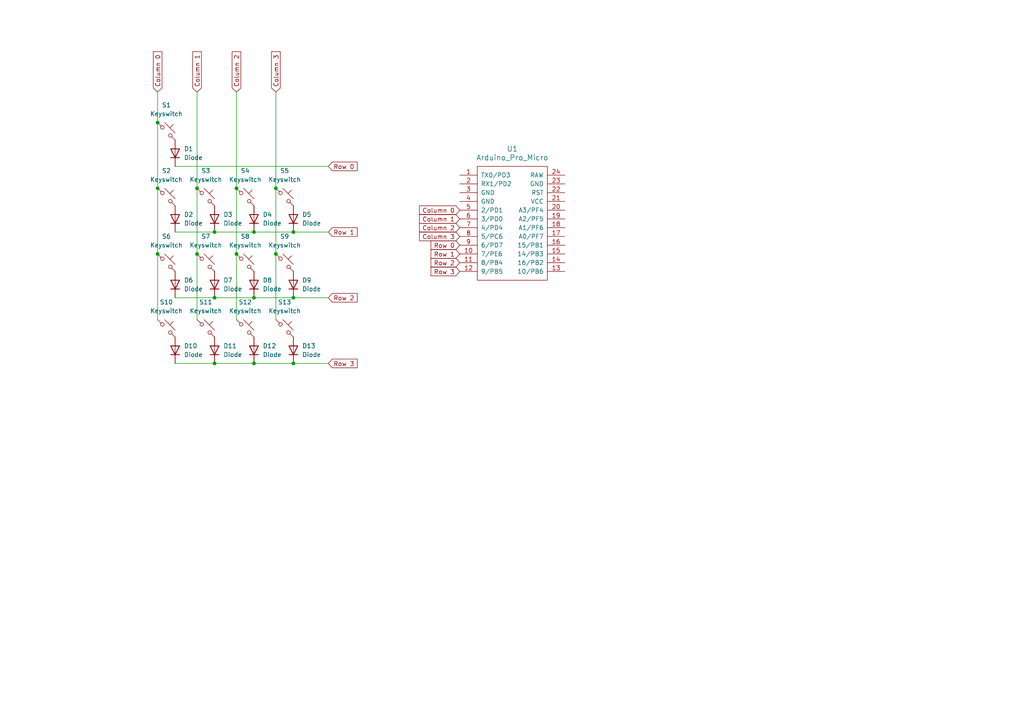
<source format=kicad_sch>
(kicad_sch (version 20231120) (generator "eeschema") (generator_version "8.0")
  (paper "A4")
  (lib_symbols
    (symbol "ScottoKeebs:MCU_Arduino_Pro_Micro" (pin_names (offset 1.016))
      (property "Reference" "U" (at 0 0 0))
      (property "Value" "Arduino_Pro_Micro" (at 0 -19.05 0))
      (symbol "MCU_Arduino_Pro_Micro_0_1"
        (rectangle (start -10.16 16.51) (end 10.16 -16.51))
      )
      (symbol "MCU_Arduino_Pro_Micro_1_1"
        (pin input line (at -15.24 13.97 0) (length 5.08) (name "TX0/PD3") (number "1"))
        (pin input line (at -15.24 -8.89 0) (length 5.08) (name "7/PE6") (number "10"))
        (pin input line (at -15.24 -11.43 0) (length 5.08) (name "8/PB4") (number "11"))
        (pin input line (at -15.24 -13.97 0) (length 5.08) (name "9/PB5") (number "12"))
        (pin input line (at 15.24 -13.97 180) (length 5.08) (name "10/PB6") (number "13"))
        (pin input line (at 15.24 -11.43 180) (length 5.08) (name "16/PB2") (number "14"))
        (pin input line (at 15.24 -8.89 180) (length 5.08) (name "14/PB3") (number "15"))
        (pin input line (at 15.24 -6.35 180) (length 5.08) (name "15/PB1") (number "16"))
        (pin input line (at 15.24 -3.81 180) (length 5.08) (name "A0/PF7") (number "17"))
        (pin input line (at 15.24 -1.27 180) (length 5.08) (name "A1/PF6") (number "18"))
        (pin input line (at 15.24 1.27 180) (length 5.08) (name "A2/PF5") (number "19"))
        (pin input line (at -15.24 11.43 0) (length 5.08) (name "RX1/PD2") (number "2"))
        (pin input line (at 15.24 3.81 180) (length 5.08) (name "A3/PF4") (number "20"))
        (pin input line (at 15.24 6.35 180) (length 5.08) (name "VCC") (number "21"))
        (pin input line (at 15.24 8.89 180) (length 5.08) (name "RST") (number "22"))
        (pin input line (at 15.24 11.43 180) (length 5.08) (name "GND") (number "23"))
        (pin input line (at 15.24 13.97 180) (length 5.08) (name "RAW") (number "24"))
        (pin input line (at -15.24 8.89 0) (length 5.08) (name "GND") (number "3"))
        (pin input line (at -15.24 6.35 0) (length 5.08) (name "GND") (number "4"))
        (pin input line (at -15.24 3.81 0) (length 5.08) (name "2/PD1") (number "5"))
        (pin input line (at -15.24 1.27 0) (length 5.08) (name "3/PD0") (number "6"))
        (pin input line (at -15.24 -1.27 0) (length 5.08) (name "4/PD4") (number "7"))
        (pin input line (at -15.24 -3.81 0) (length 5.08) (name "5/PC6") (number "8"))
        (pin input line (at -15.24 -6.35 0) (length 5.08) (name "6/PD7") (number "9"))
      )
    )
    (symbol "ScottoKeebs:Placeholder_Diode" (pin_numbers hide) (pin_names hide)
      (property "Reference" "D" (at 0 2.54 0))
      (property "Value" "Diode" (at 0 -2.54 0))
      (symbol "Placeholder_Diode_0_1"
        (polyline (pts (xy -1.27 1.27) (xy -1.27 -1.27)) (stroke (width 0.254)))
        (polyline (pts (xy 1.27 0) (xy -1.27 0)))
        (polyline (pts (xy 1.27 1.27) (xy 1.27 -1.27) (xy -1.27 0) (xy 1.27 1.27)) (stroke (width 0.254)))
      )
      (symbol "Placeholder_Diode_1_1"
        (pin passive line (at -3.81 0 0) (length 2.54) (name "K") (number "1"))
        (pin passive line (at 3.81 0 180) (length 2.54) (name "A") (number "2"))
      )
    )
    (symbol "ScottoKeebs:Placeholder_Keyswitch" (pin_numbers hide) (pin_names (offset 1.016) hide)
      (property "Reference" "S" (at 3.048 1.016 0))
      (property "Value" "Keyswitch" (at 0 -3.81 0))
      (symbol "Placeholder_Keyswitch_0_1"
        (circle (center -1.1684 1.1684) (radius 0.508))
        (polyline (pts (xy -0.508 2.54) (xy 2.54 -0.508)))
        (polyline (pts (xy 1.016 1.016) (xy 2.032 2.032)))
        (polyline (pts (xy -2.54 2.54) (xy -1.524 1.524) (xy -1.524 1.524)))
        (polyline (pts (xy 1.524 -1.524) (xy 2.54 -2.54) (xy 2.54 -2.54) (xy 2.54 -2.54)))
        (circle (center 1.143 -1.1938) (radius 0.508))
        (pin passive line (at -2.54 2.54 0) (length 0) (name "1") (number "1"))
        (pin passive line (at 2.54 -2.54 180) (length 0) (name "2") (number "2"))
      )
    )
  )
  (junction (at 73.66 105.41))
  (junction (at 85.09 105.41))
  (junction (at 68.58 73.66))
  (junction (at 85.09 67.31))
  (junction (at 62.23 105.41))
  (junction (at 80.01 54.61))
  (junction (at 45.72 73.66))
  (junction (at 80.01 73.66))
  (junction (at 62.23 67.31))
  (junction (at 62.23 86.36))
  (junction (at 45.72 35.56))
  (junction (at 73.66 86.36))
  (junction (at 68.58 54.61))
  (junction (at 57.15 54.61))
  (junction (at 85.09 86.36))
  (junction (at 73.66 67.31))
  (junction (at 45.72 54.61))
  (junction (at 57.15 73.66))
  (wire (pts (xy 50.8 48.26) (xy 95.25 48.26)))
  (wire (pts (xy 73.66 67.31) (xy 85.09 67.31)))
  (wire (pts (xy 68.58 73.66) (xy 68.58 92.71)))
  (wire (pts (xy 45.72 35.56) (xy 45.72 54.61)))
  (wire (pts (xy 45.72 26.67) (xy 45.72 35.56)))
  (wire (pts (xy 62.23 105.41) (xy 73.66 105.41)))
  (wire (pts (xy 50.8 105.41) (xy 62.23 105.41)))
  (wire (pts (xy 73.66 105.41) (xy 85.09 105.41)))
  (wire (pts (xy 68.58 26.67) (xy 68.58 54.61)))
  (wire (pts (xy 45.72 73.66) (xy 45.72 92.71)))
  (wire (pts (xy 85.09 105.41) (xy 95.25 105.41)))
  (wire (pts (xy 45.72 54.61) (xy 45.72 73.66)))
  (wire (pts (xy 62.23 67.31) (xy 73.66 67.31)))
  (wire (pts (xy 80.01 26.67) (xy 80.01 54.61)))
  (wire (pts (xy 50.8 67.31) (xy 62.23 67.31)))
  (wire (pts (xy 80.01 54.61) (xy 80.01 73.66)))
  (wire (pts (xy 57.15 54.61) (xy 57.15 73.66)))
  (wire (pts (xy 57.15 73.66) (xy 57.15 92.71)))
  (wire (pts (xy 50.8 86.36) (xy 62.23 86.36)))
  (wire (pts (xy 85.09 67.31) (xy 95.25 67.31)))
  (wire (pts (xy 62.23 86.36) (xy 73.66 86.36)))
  (wire (pts (xy 80.01 73.66) (xy 80.01 92.71)))
  (wire (pts (xy 85.09 86.36) (xy 95.25 86.36)))
  (wire (pts (xy 68.58 54.61) (xy 68.58 73.66)))
  (wire (pts (xy 73.66 86.36) (xy 85.09 86.36)))
  (wire (pts (xy 57.15 26.67) (xy 57.15 54.61)))
  (global_label "Column 1" (shape input) (at 57.15 26.67 90) (property "Intersheetrefs" "${INTERSHEET_REFS}" (effects (hide yes))))
  (global_label "Column 1" (shape input) (at 133.35 63.5 180) (property "Intersheetrefs" "${INTERSHEET_REFS}" (effects (hide yes))))
  (global_label "Column 2" (shape input) (at 133.35 66.04 180) (property "Intersheetrefs" "${INTERSHEET_REFS}" (effects (hide yes))))
  (global_label "Column 3" (shape input) (at 133.35 68.58 180) (property "Intersheetrefs" "${INTERSHEET_REFS}" (effects (hide yes))))
  (global_label "Column 0" (shape input) (at 133.35 60.96 180) (property "Intersheetrefs" "${INTERSHEET_REFS}" (effects (hide yes))))
  (global_label "Row 3" (shape input) (at 95.25 105.41 0) (property "Intersheetrefs" "${INTERSHEET_REFS}" (effects (hide yes))))
  (global_label "Row 1" (shape input) (at 95.25 67.31 0) (property "Intersheetrefs" "${INTERSHEET_REFS}" (effects (hide yes))))
  (global_label "Row 0" (shape input) (at 95.25 48.26 0) (property "Intersheetrefs" "${INTERSHEET_REFS}" (effects (hide yes))))
  (global_label "Row 2" (shape input) (at 133.35 76.2 180) (property "Intersheetrefs" "${INTERSHEET_REFS}" (effects (hide yes))))
  (global_label "Column 2" (shape input) (at 68.58 26.67 90) (property "Intersheetrefs" "${INTERSHEET_REFS}" (effects (hide yes))))
  (global_label "Row 3" (shape input) (at 133.35 78.74 180) (property "Intersheetrefs" "${INTERSHEET_REFS}" (effects (hide yes))))
  (global_label "Column 3" (shape input) (at 80.01 26.67 90) (property "Intersheetrefs" "${INTERSHEET_REFS}" (effects (hide yes))))
  (global_label "Row 2" (shape input) (at 95.25 86.36 0) (property "Intersheetrefs" "${INTERSHEET_REFS}" (effects (hide yes))))
  (global_label "Column 0" (shape input) (at 45.72 26.67 90) (property "Intersheetrefs" "${INTERSHEET_REFS}" (effects (hide yes))))
  (global_label "Row 0" (shape input) (at 133.35 71.12 180) (property "Intersheetrefs" "${INTERSHEET_REFS}" (effects (hide yes))))
  (global_label "Row 1" (shape input) (at 133.35 73.66 180) (property "Intersheetrefs" "${INTERSHEET_REFS}" (effects (hide yes))))
  (symbol (lib_id "ScottoKeebs:Placeholder_Keyswitch") (at 48.26 76.2 0) (unit 1)
    (property "Reference" "S6" (at 48.26 68.58 0))
    (property "Value" "Keyswitch" (at 48.26 71.12 0))
    (property "Footprint" "ScottoKeebs_MX:MX_PCB_1.00u" (effects (hide yes)))
    (property "Description" "Push button switch, normally open, two pins, 45° tilted" (effects (hide yes)))
  )
  (symbol (lib_id "ScottoKeebs:Placeholder_Keyswitch") (at 82.55 95.25 0) (unit 1)
    (property "Reference" "S13" (at 82.55 87.63 0))
    (property "Value" "Keyswitch" (at 82.55 90.17 0))
    (property "Footprint" "ScottoKeebs_MX:MX_PCB_1.00u" (effects (hide yes)))
    (property "Description" "Push button switch, normally open, two pins, 45° tilted" (effects (hide yes)))
  )
  (symbol (lib_id "ScottoKeebs:Placeholder_Keyswitch") (at 48.26 57.15 0) (unit 1)
    (property "Reference" "S2" (at 48.26 49.53 0))
    (property "Value" "Keyswitch" (at 48.26 52.07 0))
    (property "Footprint" "ScottoKeebs_MX:MX_PCB_1.00u" (effects (hide yes)))
    (property "Description" "Push button switch, normally open, two pins, 45° tilted" (effects (hide yes)))
  )
  (symbol (lib_id "ScottoKeebs:Placeholder_Keyswitch") (at 48.26 38.1 0) (unit 1)
    (property "Reference" "S1" (at 48.26 30.48 0))
    (property "Value" "Keyswitch" (at 48.26 33.02 0))
    (property "Footprint" "ScottoKeebs_MX:MX_PCB_1.00u" (effects (hide yes)))
    (property "Description" "Push button switch, normally open, two pins, 45° tilted" (effects (hide yes)))
  )
  (symbol (lib_id "ScottoKeebs:Placeholder_Diode") (at 50.8 44.45 90) (unit 1)
    (property "Reference" "D1" (at 53.34 43.1799 90) (effects (justify right)))
    (property "Value" "Diode" (at 53.34 45.7199 90) (effects (justify right)))
    (property "Footprint" "ScottoKeebs_Components:Diode_DO-35" (effects (hide yes)))
    (property "Description" "1N4148 (DO-35) or 1N4148W (SOD-123)" (effects (hide yes)))
    (property "Sim.Device" "D" (effects (hide yes)))
    (property "Sim.Pins" "1=K 2=A" (effects (hide yes)))
  )
  (symbol (lib_id "ScottoKeebs:Placeholder_Keyswitch") (at 59.69 76.2 0) (unit 1)
    (property "Reference" "S7" (at 59.69 68.58 0))
    (property "Value" "Keyswitch" (at 59.69 71.12 0))
    (property "Footprint" "ScottoKeebs_MX:MX_PCB_1.00u" (effects (hide yes)))
    (property "Description" "Push button switch, normally open, two pins, 45° tilted" (effects (hide yes)))
  )
  (symbol (lib_id "ScottoKeebs:Placeholder_Keyswitch") (at 48.26 95.25 0) (unit 1)
    (property "Reference" "S10" (at 48.26 87.63 0))
    (property "Value" "Keyswitch" (at 48.26 90.17 0))
    (property "Footprint" "ScottoKeebs_MX:MX_PCB_1.00u" (effects (hide yes)))
    (property "Description" "Push button switch, normally open, two pins, 45° tilted" (effects (hide yes)))
  )
  (symbol (lib_id "ScottoKeebs:Placeholder_Diode") (at 73.66 82.55 90) (unit 1)
    (property "Reference" "D8" (at 76.2 81.2799 90) (effects (justify right)))
    (property "Value" "Diode" (at 76.2 83.8199 90) (effects (justify right)))
    (property "Footprint" "ScottoKeebs_Components:Diode_DO-35" (effects (hide yes)))
    (property "Description" "1N4148 (DO-35) or 1N4148W (SOD-123)" (effects (hide yes)))
    (property "Sim.Device" "D" (effects (hide yes)))
    (property "Sim.Pins" "1=K 2=A" (effects (hide yes)))
  )
  (symbol (lib_id "ScottoKeebs:Placeholder_Diode") (at 73.66 101.6 90) (unit 1)
    (property "Reference" "D12" (at 76.2 100.3299 90) (effects (justify right)))
    (property "Value" "Diode" (at 76.2 102.8699 90) (effects (justify right)))
    (property "Footprint" "ScottoKeebs_Components:Diode_DO-35" (effects (hide yes)))
    (property "Description" "1N4148 (DO-35) or 1N4148W (SOD-123)" (effects (hide yes)))
    (property "Sim.Device" "D" (effects (hide yes)))
    (property "Sim.Pins" "1=K 2=A" (effects (hide yes)))
  )
  (symbol (lib_id "ScottoKeebs:Placeholder_Diode") (at 50.8 82.55 90) (unit 1)
    (property "Reference" "D6" (at 53.34 81.2799 90) (effects (justify right)))
    (property "Value" "Diode" (at 53.34 83.8199 90) (effects (justify right)))
    (property "Footprint" "ScottoKeebs_Components:Diode_DO-35" (effects (hide yes)))
    (property "Description" "1N4148 (DO-35) or 1N4148W (SOD-123)" (effects (hide yes)))
    (property "Sim.Device" "D" (effects (hide yes)))
    (property "Sim.Pins" "1=K 2=A" (effects (hide yes)))
  )
  (symbol (lib_id "ScottoKeebs:Placeholder_Diode") (at 50.8 63.5 90) (unit 1)
    (property "Reference" "D2" (at 53.34 62.2299 90) (effects (justify right)))
    (property "Value" "Diode" (at 53.34 64.7699 90) (effects (justify right)))
    (property "Footprint" "ScottoKeebs_Components:Diode_DO-35" (effects (hide yes)))
    (property "Description" "1N4148 (DO-35) or 1N4148W (SOD-123)" (effects (hide yes)))
    (property "Sim.Device" "D" (effects (hide yes)))
    (property "Sim.Pins" "1=K 2=A" (effects (hide yes)))
  )
  (symbol (lib_id "ScottoKeebs:Placeholder_Diode") (at 62.23 82.55 90) (unit 1)
    (property "Reference" "D7" (at 64.77 81.2799 90) (effects (justify right)))
    (property "Value" "Diode" (at 64.77 83.8199 90) (effects (justify right)))
    (property "Footprint" "ScottoKeebs_Components:Diode_DO-35" (effects (hide yes)))
    (property "Description" "1N4148 (DO-35) or 1N4148W (SOD-123)" (effects (hide yes)))
    (property "Sim.Device" "D" (effects (hide yes)))
    (property "Sim.Pins" "1=K 2=A" (effects (hide yes)))
  )
  (symbol (lib_id "ScottoKeebs:Placeholder_Diode") (at 73.66 63.5 90) (unit 1)
    (property "Reference" "D4" (at 76.2 62.2299 90) (effects (justify right)))
    (property "Value" "Diode" (at 76.2 64.7699 90) (effects (justify right)))
    (property "Footprint" "ScottoKeebs_Components:Diode_DO-35" (effects (hide yes)))
    (property "Description" "1N4148 (DO-35) or 1N4148W (SOD-123)" (effects (hide yes)))
    (property "Sim.Device" "D" (effects (hide yes)))
    (property "Sim.Pins" "1=K 2=A" (effects (hide yes)))
  )
  (symbol (lib_id "ScottoKeebs:Placeholder_Diode") (at 62.23 101.6 90) (unit 1)
    (property "Reference" "D11" (at 64.77 100.3299 90) (effects (justify right)))
    (property "Value" "Diode" (at 64.77 102.8699 90) (effects (justify right)))
    (property "Footprint" "ScottoKeebs_Components:Diode_DO-35" (effects (hide yes)))
    (property "Description" "1N4148 (DO-35) or 1N4148W (SOD-123)" (effects (hide yes)))
    (property "Sim.Device" "D" (effects (hide yes)))
    (property "Sim.Pins" "1=K 2=A" (effects (hide yes)))
  )
  (symbol (lib_id "ScottoKeebs:Placeholder_Keyswitch") (at 59.69 57.15 0) (unit 1)
    (property "Reference" "S3" (at 59.69 49.53 0))
    (property "Value" "Keyswitch" (at 59.69 52.07 0))
    (property "Footprint" "ScottoKeebs_MX:MX_PCB_1.00u" (effects (hide yes)))
    (property "Description" "Push button switch, normally open, two pins, 45° tilted" (effects (hide yes)))
  )
  (symbol (lib_id "ScottoKeebs:Placeholder_Diode") (at 50.8 101.6 90) (unit 1)
    (property "Reference" "D10" (at 53.34 100.3299 90) (effects (justify right)))
    (property "Value" "Diode" (at 53.34 102.8699 90) (effects (justify right)))
    (property "Footprint" "ScottoKeebs_Components:Diode_DO-35" (effects (hide yes)))
    (property "Description" "1N4148 (DO-35) or 1N4148W (SOD-123)" (effects (hide yes)))
    (property "Sim.Device" "D" (effects (hide yes)))
    (property "Sim.Pins" "1=K 2=A" (effects (hide yes)))
  )
  (symbol (lib_id "ScottoKeebs:Placeholder_Keyswitch") (at 71.12 76.2 0) (unit 1)
    (property "Reference" "S8" (at 71.12 68.58 0))
    (property "Value" "Keyswitch" (at 71.12 71.12 0))
    (property "Footprint" "ScottoKeebs_MX:MX_PCB_1.00u" (effects (hide yes)))
    (property "Description" "Push button switch, normally open, two pins, 45° tilted" (effects (hide yes)))
  )
  (symbol (lib_id "ScottoKeebs:Placeholder_Diode") (at 62.23 63.5 90) (unit 1)
    (property "Reference" "D3" (at 64.77 62.2299 90) (effects (justify right)))
    (property "Value" "Diode" (at 64.77 64.7699 90) (effects (justify right)))
    (property "Footprint" "ScottoKeebs_Components:Diode_DO-35" (effects (hide yes)))
    (property "Description" "1N4148 (DO-35) or 1N4148W (SOD-123)" (effects (hide yes)))
    (property "Sim.Device" "D" (effects (hide yes)))
    (property "Sim.Pins" "1=K 2=A" (effects (hide yes)))
  )
  (symbol (lib_id "ScottoKeebs:Placeholder_Keyswitch") (at 59.69 95.25 0) (unit 1)
    (property "Reference" "S11" (at 59.69 87.63 0))
    (property "Value" "Keyswitch" (at 59.69 90.17 0))
    (property "Footprint" "ScottoKeebs_MX:MX_PCB_1.00u" (effects (hide yes)))
    (property "Description" "Push button switch, normally open, two pins, 45° tilted" (effects (hide yes)))
  )
  (symbol (lib_id "ScottoKeebs:Placeholder_Diode") (at 85.09 63.5 90) (unit 1)
    (property "Reference" "D5" (at 87.63 62.2299 90) (effects (justify right)))
    (property "Value" "Diode" (at 87.63 64.7699 90) (effects (justify right)))
    (property "Footprint" "ScottoKeebs_Components:Diode_DO-35" (effects (hide yes)))
    (property "Description" "1N4148 (DO-35) or 1N4148W (SOD-123)" (effects (hide yes)))
    (property "Sim.Device" "D" (effects (hide yes)))
    (property "Sim.Pins" "1=K 2=A" (effects (hide yes)))
  )
  (symbol (lib_id "ScottoKeebs:MCU_Arduino_Pro_Micro") (at 148.59 64.77 0) (unit 1)
    (property "Reference" "U1" (at 148.59 43.18 0) (effects (font (size 1.524 1.524))))
    (property "Value" "Arduino_Pro_Micro" (at 148.59 45.72 0) (effects (font (size 1.524 1.524))))
    (property "Footprint" "ScottoKeebs_MCU:Arduino_Pro_Micro" (effects (hide yes)))
  )
  (symbol (lib_id "ScottoKeebs:Placeholder_Keyswitch") (at 82.55 57.15 0) (unit 1)
    (property "Reference" "S5" (at 82.55 49.53 0))
    (property "Value" "Keyswitch" (at 82.55 52.07 0))
    (property "Footprint" "ScottoKeebs_MX:MX_PCB_1.00u" (effects (hide yes)))
    (property "Description" "Push button switch, normally open, two pins, 45° tilted" (effects (hide yes)))
  )
  (symbol (lib_id "ScottoKeebs:Placeholder_Keyswitch") (at 71.12 95.25 0) (unit 1)
    (property "Reference" "S12" (at 71.12 87.63 0))
    (property "Value" "Keyswitch" (at 71.12 90.17 0))
    (property "Footprint" "ScottoKeebs_MX:MX_PCB_1.00u" (effects (hide yes)))
    (property "Description" "Push button switch, normally open, two pins, 45° tilted" (effects (hide yes)))
  )
  (symbol (lib_id "ScottoKeebs:Placeholder_Diode") (at 85.09 82.55 90) (unit 1)
    (property "Reference" "D9" (at 87.63 81.2799 90) (effects (justify right)))
    (property "Value" "Diode" (at 87.63 83.8199 90) (effects (justify right)))
    (property "Footprint" "ScottoKeebs_Components:Diode_DO-35" (effects (hide yes)))
    (property "Description" "1N4148 (DO-35) or 1N4148W (SOD-123)" (effects (hide yes)))
    (property "Sim.Device" "D" (effects (hide yes)))
    (property "Sim.Pins" "1=K 2=A" (effects (hide yes)))
  )
  (symbol (lib_id "ScottoKeebs:Placeholder_Keyswitch") (at 82.55 76.2 0) (unit 1)
    (property "Reference" "S9" (at 82.55 68.58 0))
    (property "Value" "Keyswitch" (at 82.55 71.12 0))
    (property "Footprint" "ScottoKeebs_MX:MX_PCB_1.00u" (effects (hide yes)))
    (property "Description" "Push button switch, normally open, two pins, 45° tilted" (effects (hide yes)))
  )
  (symbol (lib_id "ScottoKeebs:Placeholder_Keyswitch") (at 71.12 57.15 0) (unit 1)
    (property "Reference" "S4" (at 71.12 49.53 0))
    (property "Value" "Keyswitch" (at 71.12 52.07 0))
    (property "Footprint" "ScottoKeebs_MX:MX_PCB_1.00u" (effects (hide yes)))
    (property "Description" "Push button switch, normally open, two pins, 45° tilted" (effects (hide yes)))
  )
  (symbol (lib_id "ScottoKeebs:Placeholder_Diode") (at 85.09 101.6 90) (unit 1)
    (property "Reference" "D13" (at 87.63 100.3299 90) (effects (justify right)))
    (property "Value" "Diode" (at 87.63 102.8699 90) (effects (justify right)))
    (property "Footprint" "ScottoKeebs_Components:Diode_DO-35" (effects (hide yes)))
    (property "Description" "1N4148 (DO-35) or 1N4148W (SOD-123)" (effects (hide yes)))
    (property "Sim.Device" "D" (effects (hide yes)))
    (property "Sim.Pins" "1=K 2=A" (effects (hide yes)))
  )
)
</source>
